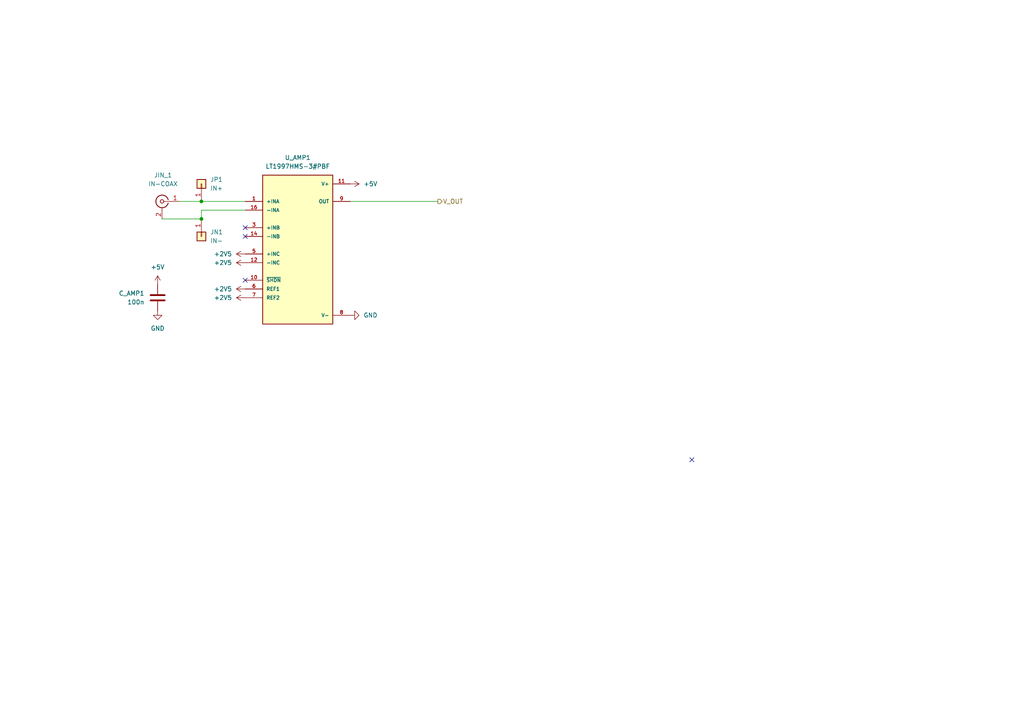
<source format=kicad_sch>
(kicad_sch (version 20211123) (generator eeschema)
  (paper "A4")
  (lib_symbols
    (symbol "Connector:Conn_Coaxial" (pin_names (offset 1.016) hide)
      (property "Reference" "J" (at 0.254 3.048 0))
      (property "Value" "Conn_Coaxial" (at 2.921 0 90))
      (symbol "Conn_Coaxial_0_1"
        (arc (start -1.778 -0.508) (mid 0.222 -1.808) (end 1.778 0) (stroke (width 0.254)))
        (polyline (pts (xy -2.54 0) (xy -0.508 0)))
        (polyline (pts (xy 0 -2.54) (xy 0 -1.778)))
        (circle (center 0 0) (radius 0.508) (stroke (width 0.2032)))
        (arc (start 1.778 0) (mid 0.222 1.8083) (end -1.778 0.508) (stroke (width 0.254)))
      )
      (symbol "Conn_Coaxial_1_1"
        (pin passive line (at -5.08 0 0) (length 2.54) (name "In") (number "1"))
        (pin passive line (at 0 -5.08 90) (length 2.54) (name "Ext") (number "2"))
      )
    )
    (symbol "Connector_Generic:Conn_01x01" (pin_names (offset 1.016) hide)
      (property "Reference" "J" (at 0 2.54 0))
      (property "Value" "Conn_01x01" (at 0 -2.54 0))
      (symbol "Conn_01x01_1_1"
        (rectangle (start -1.27 0.127) (end 0 -0.127) (stroke (width 0.1524)))
        (rectangle (start -1.27 1.27) (end 1.27 -1.27) (stroke (width 0.254)) (fill (type background)))
        (pin passive line (at -5.08 0 0) (length 3.81) (name "Pin_1") (number "1"))
      )
    )
    (symbol "Device:C" (pin_numbers hide) (pin_names (offset 0.254))
      (property "Reference" "C" (at 0.635 2.54 0))
      (property "Value" "C" (at 0.635 -2.54 0))
      (symbol "C_0_1"
        (polyline (pts (xy -2.032 -0.762) (xy 2.032 -0.762)) (stroke (width 0.508)))
        (polyline (pts (xy -2.032 0.762) (xy 2.032 0.762)) (stroke (width 0.508)))
      )
      (symbol "C_1_1"
        (pin passive line (at 0 3.81 270) (length 2.794) (name "~") (number "1"))
        (pin passive line (at 0 -3.81 90) (length 2.794) (name "~") (number "2"))
      )
    )
    (symbol "LT1997HMS-3_PBF:LT1997HMS-3#PBF" (pin_names (offset 1.016))
      (property "Reference" "U" (at -10.16 20.32 0))
      (property "Value" "LT1997HMS-3#PBF" (at -10.16 -25.4 0))
      (symbol "LT1997HMS-3#PBF_0_0"
        (rectangle (start -10.16 -22.86) (end 10.16 20.32) (stroke (width 0.254)) (fill (type background)))
        (pin input line (at -15.24 12.7 0) (length 5.08) (name "+INA") (number "1"))
        (pin input line (at -15.24 -10.16 0) (length 5.08) (name "~{SHDN}") (number "10"))
        (pin power_in line (at 15.24 17.78 180) (length 5.08) (name "V+") (number "11"))
        (pin input line (at -15.24 -5.08 0) (length 5.08) (name "-INC") (number "12"))
        (pin input line (at -15.24 2.54 0) (length 5.08) (name "-INB") (number "14"))
        (pin input line (at -15.24 10.16 0) (length 5.08) (name "-INA") (number "16"))
        (pin input line (at -15.24 5.08 0) (length 5.08) (name "+INB") (number "3"))
        (pin input line (at -15.24 -2.54 0) (length 5.08) (name "+INC") (number "5"))
        (pin input line (at -15.24 -12.7 0) (length 5.08) (name "REF1") (number "6"))
        (pin input line (at -15.24 -15.24 0) (length 5.08) (name "REF2") (number "7"))
        (pin power_in line (at 15.24 -20.32 180) (length 5.08) (name "V-") (number "8"))
        (pin output line (at 15.24 12.7 180) (length 5.08) (name "OUT") (number "9"))
      )
    )
    (symbol "power:+2V5" (power) (pin_names (offset 0))
      (property "Value" "+2V5" (at 0 3.556 0))
      (symbol "+2V5_0_1"
        (polyline (pts (xy -0.762 1.27) (xy 0 2.54)))
        (polyline (pts (xy 0 0) (xy 0 2.54)))
        (polyline (pts (xy 0 2.54) (xy 0.762 1.27)))
      )
      (symbol "+2V5_1_1"
        (pin power_in line (at 0 0 90) (length 0) hide (name "+2V5") (number "1"))
      )
    )
    (symbol "power:+5V" (power) (pin_names (offset 0))
      (property "Value" "+5V" (at 0 3.556 0))
      (symbol "+5V_0_1"
        (polyline (pts (xy -0.762 1.27) (xy 0 2.54)))
        (polyline (pts (xy 0 0) (xy 0 2.54)))
        (polyline (pts (xy 0 2.54) (xy 0.762 1.27)))
      )
      (symbol "+5V_1_1"
        (pin power_in line (at 0 0 90) (length 0) hide (name "+5V") (number "1"))
      )
    )
    (symbol "power:GND" (power) (pin_names (offset 0))
      (property "Value" "GND" (at 0 -3.81 0))
      (symbol "GND_0_1"
        (polyline (pts (xy 0 0) (xy 0 -1.27) (xy 1.27 -1.27) (xy 0 -2.54) (xy -1.27 -1.27) (xy 0 -1.27)))
      )
      (symbol "GND_1_1"
        (pin power_in line (at 0 0 270) (length 0) hide (name "GND") (number "1"))
      )
    )
  )
  (junction (at 58.42 63.5))
  (junction (at 58.42 58.42))
  (no_connect (at 200.66 133.35))
  (no_connect (at 71.12 68.58))
  (no_connect (at 71.12 81.28))
  (no_connect (at 71.12 66.04))
  (wire (pts (xy 71.12 58.42) (xy 58.42 58.42)))
  (wire (pts (xy 58.42 60.96) (xy 71.12 60.96)))
  (wire (pts (xy 46.99 63.5) (xy 58.42 63.5)))
  (wire (pts (xy 58.42 63.5) (xy 58.42 60.96)))
  (wire (pts (xy 101.6 58.42) (xy 127 58.42)))
  (wire (pts (xy 58.42 58.42) (xy 52.07 58.42)))
  (hierarchical_label "V_OUT" (shape output) (at 127 58.42 0))
  (symbol (lib_id "power:+5V") (at 45.72 82.55 0) (mirror y) (unit 1)
    (property "Reference" "#PWR022" (effects hide))
    (property "Value" "+5V" (at 45.72 77.47 0))
  )
  (symbol (lib_id "power:+2V5") (at 71.12 73.66 90) (unit 1)
    (property "Reference" "#PWR024" (effects hide))
    (property "Value" "+2V5" (at 67.31 73.6599 90) (effects (justify left)))
  )
  (symbol (lib_id "power:+2V5") (at 71.12 76.2 90) (unit 1)
    (property "Reference" "#PWR025" (effects hide))
    (property "Value" "+2V5" (at 67.31 76.1999 90) (effects (justify left)))
  )
  (symbol (lib_id "Connector_Generic:Conn_01x01") (at 58.42 53.34 270) (mirror x) (unit 1)
    (property "Reference" "JP1" (at 60.96 52.0699 90) (effects (justify left)))
    (property "Value" "IN+" (at 60.96 54.6099 90) (effects (justify left)))
    (property "Footprint" "TestPoint:TestPoint_Loop_D2.60mm_Drill1.6mm_Beaded" (effects hide))
  )
  (symbol (lib_id "power:+2V5") (at 71.12 86.36 90) (unit 1)
    (property "Reference" "#PWR027" (effects hide))
    (property "Value" "+2V5" (at 67.31 86.3599 90) (effects (justify left)))
  )
  (symbol (lib_id "power:+2V5") (at 71.12 83.82 90) (unit 1)
    (property "Reference" "#PWR026" (effects hide))
    (property "Value" "+2V5" (at 67.31 83.8199 90) (effects (justify left)))
  )
  (symbol (lib_id "Connector:Conn_Coaxial") (at 46.99 58.42 0) (mirror y) (unit 1)
    (property "Reference" "JIN_1" (at 47.3074 50.8 0))
    (property "Value" "IN-COAX" (at 47.3074 53.34 0))
    (property "Footprint" "Connector_Coaxial:BNC_Amphenol_B6252HB-NPP3G-50_Horizontal" (effects hide))
    (property "Datasheet" " ~" (effects hide))
  )
  (symbol (lib_id "Device:C") (at 45.72 86.36 0) (mirror y) (unit 1)
    (property "Reference" "C_AMP1" (at 41.91 85.0899 0) (effects (justify left)))
    (property "Value" "100n" (at 41.91 87.6299 0) (effects (justify left)))
    (property "Footprint" "Capacitor_SMD:C_1206_3216Metric_Pad1.33x1.80mm_HandSolder" (effects hide))
  )
  (symbol (lib_id "power:+5V") (at 101.6 53.34 270) (unit 1)
    (property "Reference" "#PWR028" (effects hide))
    (property "Value" "+5V" (at 105.41 53.3399 90) (effects (justify left)))
  )
  (symbol (lib_id "Connector_Generic:Conn_01x01") (at 58.42 68.58 90) (mirror x) (unit 1)
    (property "Reference" "JN1" (at 60.96 67.3099 90) (effects (justify right)))
    (property "Value" "IN-" (at 60.96 69.8499 90) (effects (justify right)))
    (property "Footprint" "TestPoint:TestPoint_Loop_D2.60mm_Drill1.6mm_Beaded" (effects hide))
  )
  (symbol (lib_id "LT1997HMS-3_PBF:LT1997HMS-3#PBF") (at 86.36 71.12 0) (unit 1)
    (property "Reference" "U_AMP1" (at 86.36 45.72 0))
    (property "Value" "LT1997HMS-3#PBF" (at 86.36 48.26 0))
    (property "Footprint" "footprints:SOP50P490X110-16N" (effects hide))
    (property "MAXIMUM_PACKAGE_HEIGHT" "1.1mm" (effects hide))
    (property "MANUFACTURER" "LINEAR TECHNOLOGY/ANALOG DEVICES" (effects hide))
    (property "STANDARD" "IPC 7351B" (effects hide))
    (property "PARTREV" "N/A" (effects hide))
  )
  (symbol (lib_id "power:GND") (at 101.6 91.44 90) (unit 1)
    (property "Reference" "#PWR029" (effects hide))
    (property "Value" "GND" (at 105.41 91.4399 90) (effects (justify right)))
  )
  (symbol (lib_id "power:GND") (at 45.72 90.17 0) (mirror y) (unit 1)
    (property "Reference" "#PWR023" (effects hide))
    (property "Value" "GND" (at 45.72 95.25 0))
  )
)
</source>
